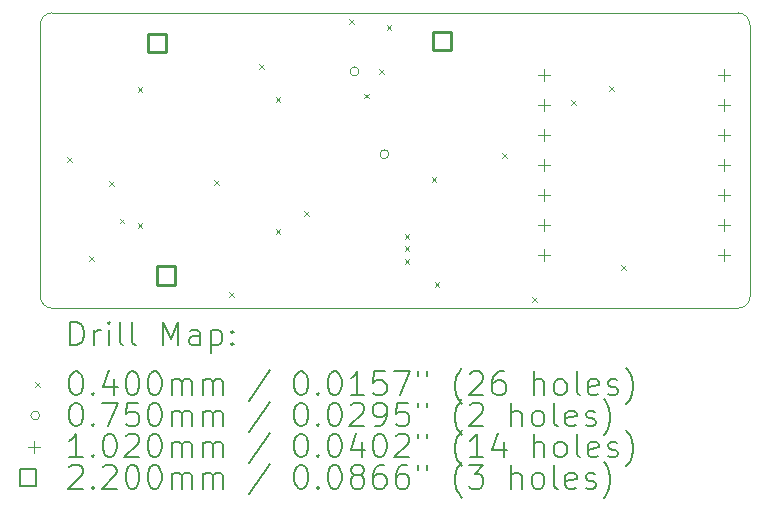
<source format=gbr>
%TF.GenerationSoftware,KiCad,Pcbnew,7.0.6*%
%TF.CreationDate,2024-04-06T17:32:56-04:00*%
%TF.ProjectId,5.2_5V,352e325f-3556-42e6-9b69-6361645f7063,rev?*%
%TF.SameCoordinates,Original*%
%TF.FileFunction,Drillmap*%
%TF.FilePolarity,Positive*%
%FSLAX45Y45*%
G04 Gerber Fmt 4.5, Leading zero omitted, Abs format (unit mm)*
G04 Created by KiCad (PCBNEW 7.0.6) date 2024-04-06 17:32:56*
%MOMM*%
%LPD*%
G01*
G04 APERTURE LIST*
%ADD10C,0.100000*%
%ADD11C,0.200000*%
%ADD12C,0.040000*%
%ADD13C,0.075000*%
%ADD14C,0.102000*%
%ADD15C,0.220000*%
G04 APERTURE END LIST*
D10*
X12553950Y-3287700D02*
X12553950Y-5587700D01*
X18561050Y-3287700D02*
X18565000Y-5587012D01*
X18561050Y-3287700D02*
G75*
G03*
X18461050Y-3187700I-100000J0D01*
G01*
X12653950Y-3187700D02*
G75*
G03*
X12553950Y-3287700I0J-100000D01*
G01*
X12653950Y-3187700D02*
X18461050Y-3187700D01*
X12653950Y-5687700D02*
X18465012Y-5687012D01*
X12553950Y-5587700D02*
G75*
G03*
X12653950Y-5687700I100000J0D01*
G01*
X18465012Y-5687010D02*
G75*
G03*
X18565000Y-5587012I-12J100000D01*
G01*
D11*
D12*
X12781600Y-4412300D02*
X12821600Y-4452300D01*
X12821600Y-4412300D02*
X12781600Y-4452300D01*
X12967500Y-5250000D02*
X13007500Y-5290000D01*
X13007500Y-5250000D02*
X12967500Y-5290000D01*
X13137200Y-4615500D02*
X13177200Y-4655500D01*
X13177200Y-4615500D02*
X13137200Y-4655500D01*
X13227000Y-4929384D02*
X13267000Y-4969384D01*
X13267000Y-4929384D02*
X13227000Y-4969384D01*
X13377500Y-3815000D02*
X13417500Y-3855000D01*
X13417500Y-3815000D02*
X13377500Y-3855000D01*
X13377500Y-4970000D02*
X13417500Y-5010000D01*
X13417500Y-4970000D02*
X13377500Y-5010000D01*
X14026200Y-4602800D02*
X14066200Y-4642800D01*
X14066200Y-4602800D02*
X14026200Y-4642800D01*
X14153200Y-5555300D02*
X14193200Y-5595300D01*
X14193200Y-5555300D02*
X14153200Y-5595300D01*
X14407200Y-3624900D02*
X14447200Y-3664900D01*
X14447200Y-3624900D02*
X14407200Y-3664900D01*
X14546900Y-3904300D02*
X14586900Y-3944300D01*
X14586900Y-3904300D02*
X14546900Y-3944300D01*
X14546900Y-5021900D02*
X14586900Y-5061900D01*
X14586900Y-5021900D02*
X14546900Y-5061900D01*
X14788200Y-4869500D02*
X14828200Y-4909500D01*
X14828200Y-4869500D02*
X14788200Y-4909500D01*
X15169200Y-3243900D02*
X15209200Y-3283900D01*
X15209200Y-3243900D02*
X15169200Y-3283900D01*
X15295000Y-3872500D02*
X15335000Y-3912500D01*
X15335000Y-3872500D02*
X15295000Y-3912500D01*
X15422500Y-3662500D02*
X15462500Y-3702500D01*
X15462500Y-3662500D02*
X15422500Y-3702500D01*
X15487500Y-3290000D02*
X15527500Y-3330000D01*
X15527500Y-3290000D02*
X15487500Y-3330000D01*
X15639100Y-5060000D02*
X15679100Y-5100000D01*
X15679100Y-5060000D02*
X15639100Y-5100000D01*
X15639100Y-5161600D02*
X15679100Y-5201600D01*
X15679100Y-5161600D02*
X15639100Y-5201600D01*
X15639100Y-5275900D02*
X15679100Y-5315900D01*
X15679100Y-5275900D02*
X15639100Y-5315900D01*
X15867700Y-4577400D02*
X15907700Y-4617400D01*
X15907700Y-4577400D02*
X15867700Y-4617400D01*
X15893100Y-5466400D02*
X15933100Y-5506400D01*
X15933100Y-5466400D02*
X15893100Y-5506400D01*
X16462982Y-4375818D02*
X16502982Y-4415818D01*
X16502982Y-4375818D02*
X16462982Y-4415818D01*
X16717500Y-5595000D02*
X16757500Y-5635000D01*
X16757500Y-5595000D02*
X16717500Y-5635000D01*
X17047500Y-3925000D02*
X17087500Y-3965000D01*
X17087500Y-3925000D02*
X17047500Y-3965000D01*
X17370000Y-3810000D02*
X17410000Y-3850000D01*
X17410000Y-3810000D02*
X17370000Y-3850000D01*
X17475000Y-5322500D02*
X17515000Y-5362500D01*
X17515000Y-5322500D02*
X17475000Y-5362500D01*
D13*
X15252100Y-3683000D02*
G75*
G03*
X15252100Y-3683000I-37500J0D01*
G01*
X15505070Y-4385070D02*
G75*
G03*
X15505070Y-4385070I-37500J0D01*
G01*
D14*
X16819250Y-3663000D02*
X16819250Y-3765000D01*
X16768250Y-3714000D02*
X16870250Y-3714000D01*
X16819250Y-3917000D02*
X16819250Y-4019000D01*
X16768250Y-3968000D02*
X16870250Y-3968000D01*
X16819250Y-4171000D02*
X16819250Y-4273000D01*
X16768250Y-4222000D02*
X16870250Y-4222000D01*
X16819250Y-4425000D02*
X16819250Y-4527000D01*
X16768250Y-4476000D02*
X16870250Y-4476000D01*
X16819250Y-4679000D02*
X16819250Y-4781000D01*
X16768250Y-4730000D02*
X16870250Y-4730000D01*
X16819250Y-4933000D02*
X16819250Y-5035000D01*
X16768250Y-4984000D02*
X16870250Y-4984000D01*
X16819250Y-5187000D02*
X16819250Y-5289000D01*
X16768250Y-5238000D02*
X16870250Y-5238000D01*
X18343250Y-3663000D02*
X18343250Y-3765000D01*
X18292250Y-3714000D02*
X18394250Y-3714000D01*
X18343250Y-3917000D02*
X18343250Y-4019000D01*
X18292250Y-3968000D02*
X18394250Y-3968000D01*
X18343250Y-4171000D02*
X18343250Y-4273000D01*
X18292250Y-4222000D02*
X18394250Y-4222000D01*
X18343250Y-4425000D02*
X18343250Y-4527000D01*
X18292250Y-4476000D02*
X18394250Y-4476000D01*
X18343250Y-4679000D02*
X18343250Y-4781000D01*
X18292250Y-4730000D02*
X18394250Y-4730000D01*
X18343250Y-4933000D02*
X18343250Y-5035000D01*
X18292250Y-4984000D02*
X18394250Y-4984000D01*
X18343250Y-5187000D02*
X18343250Y-5289000D01*
X18292250Y-5238000D02*
X18394250Y-5238000D01*
D15*
X13621062Y-3522022D02*
X13621062Y-3366457D01*
X13465497Y-3366457D01*
X13465497Y-3522022D01*
X13621062Y-3522022D01*
X13697262Y-5487983D02*
X13697262Y-5332418D01*
X13541697Y-5332418D01*
X13541697Y-5487983D01*
X13697262Y-5487983D01*
X16034062Y-3501702D02*
X16034062Y-3346137D01*
X15878497Y-3346137D01*
X15878497Y-3501702D01*
X16034062Y-3501702D01*
D11*
X12809727Y-6004184D02*
X12809727Y-5804184D01*
X12809727Y-5804184D02*
X12857346Y-5804184D01*
X12857346Y-5804184D02*
X12885917Y-5813708D01*
X12885917Y-5813708D02*
X12904965Y-5832755D01*
X12904965Y-5832755D02*
X12914489Y-5851803D01*
X12914489Y-5851803D02*
X12924012Y-5889898D01*
X12924012Y-5889898D02*
X12924012Y-5918469D01*
X12924012Y-5918469D02*
X12914489Y-5956565D01*
X12914489Y-5956565D02*
X12904965Y-5975612D01*
X12904965Y-5975612D02*
X12885917Y-5994660D01*
X12885917Y-5994660D02*
X12857346Y-6004184D01*
X12857346Y-6004184D02*
X12809727Y-6004184D01*
X13009727Y-6004184D02*
X13009727Y-5870850D01*
X13009727Y-5908946D02*
X13019251Y-5889898D01*
X13019251Y-5889898D02*
X13028774Y-5880374D01*
X13028774Y-5880374D02*
X13047822Y-5870850D01*
X13047822Y-5870850D02*
X13066870Y-5870850D01*
X13133536Y-6004184D02*
X13133536Y-5870850D01*
X13133536Y-5804184D02*
X13124012Y-5813708D01*
X13124012Y-5813708D02*
X13133536Y-5823231D01*
X13133536Y-5823231D02*
X13143060Y-5813708D01*
X13143060Y-5813708D02*
X13133536Y-5804184D01*
X13133536Y-5804184D02*
X13133536Y-5823231D01*
X13257346Y-6004184D02*
X13238298Y-5994660D01*
X13238298Y-5994660D02*
X13228774Y-5975612D01*
X13228774Y-5975612D02*
X13228774Y-5804184D01*
X13362108Y-6004184D02*
X13343060Y-5994660D01*
X13343060Y-5994660D02*
X13333536Y-5975612D01*
X13333536Y-5975612D02*
X13333536Y-5804184D01*
X13590679Y-6004184D02*
X13590679Y-5804184D01*
X13590679Y-5804184D02*
X13657346Y-5947041D01*
X13657346Y-5947041D02*
X13724012Y-5804184D01*
X13724012Y-5804184D02*
X13724012Y-6004184D01*
X13904965Y-6004184D02*
X13904965Y-5899422D01*
X13904965Y-5899422D02*
X13895441Y-5880374D01*
X13895441Y-5880374D02*
X13876393Y-5870850D01*
X13876393Y-5870850D02*
X13838298Y-5870850D01*
X13838298Y-5870850D02*
X13819251Y-5880374D01*
X13904965Y-5994660D02*
X13885917Y-6004184D01*
X13885917Y-6004184D02*
X13838298Y-6004184D01*
X13838298Y-6004184D02*
X13819251Y-5994660D01*
X13819251Y-5994660D02*
X13809727Y-5975612D01*
X13809727Y-5975612D02*
X13809727Y-5956565D01*
X13809727Y-5956565D02*
X13819251Y-5937517D01*
X13819251Y-5937517D02*
X13838298Y-5927993D01*
X13838298Y-5927993D02*
X13885917Y-5927993D01*
X13885917Y-5927993D02*
X13904965Y-5918469D01*
X14000203Y-5870850D02*
X14000203Y-6070850D01*
X14000203Y-5880374D02*
X14019251Y-5870850D01*
X14019251Y-5870850D02*
X14057346Y-5870850D01*
X14057346Y-5870850D02*
X14076393Y-5880374D01*
X14076393Y-5880374D02*
X14085917Y-5889898D01*
X14085917Y-5889898D02*
X14095441Y-5908946D01*
X14095441Y-5908946D02*
X14095441Y-5966088D01*
X14095441Y-5966088D02*
X14085917Y-5985136D01*
X14085917Y-5985136D02*
X14076393Y-5994660D01*
X14076393Y-5994660D02*
X14057346Y-6004184D01*
X14057346Y-6004184D02*
X14019251Y-6004184D01*
X14019251Y-6004184D02*
X14000203Y-5994660D01*
X14181155Y-5985136D02*
X14190679Y-5994660D01*
X14190679Y-5994660D02*
X14181155Y-6004184D01*
X14181155Y-6004184D02*
X14171632Y-5994660D01*
X14171632Y-5994660D02*
X14181155Y-5985136D01*
X14181155Y-5985136D02*
X14181155Y-6004184D01*
X14181155Y-5880374D02*
X14190679Y-5889898D01*
X14190679Y-5889898D02*
X14181155Y-5899422D01*
X14181155Y-5899422D02*
X14171632Y-5889898D01*
X14171632Y-5889898D02*
X14181155Y-5880374D01*
X14181155Y-5880374D02*
X14181155Y-5899422D01*
D12*
X12508950Y-6312700D02*
X12548950Y-6352700D01*
X12548950Y-6312700D02*
X12508950Y-6352700D01*
D11*
X12847822Y-6224184D02*
X12866870Y-6224184D01*
X12866870Y-6224184D02*
X12885917Y-6233708D01*
X12885917Y-6233708D02*
X12895441Y-6243231D01*
X12895441Y-6243231D02*
X12904965Y-6262279D01*
X12904965Y-6262279D02*
X12914489Y-6300374D01*
X12914489Y-6300374D02*
X12914489Y-6347993D01*
X12914489Y-6347993D02*
X12904965Y-6386088D01*
X12904965Y-6386088D02*
X12895441Y-6405136D01*
X12895441Y-6405136D02*
X12885917Y-6414660D01*
X12885917Y-6414660D02*
X12866870Y-6424184D01*
X12866870Y-6424184D02*
X12847822Y-6424184D01*
X12847822Y-6424184D02*
X12828774Y-6414660D01*
X12828774Y-6414660D02*
X12819251Y-6405136D01*
X12819251Y-6405136D02*
X12809727Y-6386088D01*
X12809727Y-6386088D02*
X12800203Y-6347993D01*
X12800203Y-6347993D02*
X12800203Y-6300374D01*
X12800203Y-6300374D02*
X12809727Y-6262279D01*
X12809727Y-6262279D02*
X12819251Y-6243231D01*
X12819251Y-6243231D02*
X12828774Y-6233708D01*
X12828774Y-6233708D02*
X12847822Y-6224184D01*
X13000203Y-6405136D02*
X13009727Y-6414660D01*
X13009727Y-6414660D02*
X13000203Y-6424184D01*
X13000203Y-6424184D02*
X12990679Y-6414660D01*
X12990679Y-6414660D02*
X13000203Y-6405136D01*
X13000203Y-6405136D02*
X13000203Y-6424184D01*
X13181155Y-6290850D02*
X13181155Y-6424184D01*
X13133536Y-6214660D02*
X13085917Y-6357517D01*
X13085917Y-6357517D02*
X13209727Y-6357517D01*
X13324012Y-6224184D02*
X13343060Y-6224184D01*
X13343060Y-6224184D02*
X13362108Y-6233708D01*
X13362108Y-6233708D02*
X13371632Y-6243231D01*
X13371632Y-6243231D02*
X13381155Y-6262279D01*
X13381155Y-6262279D02*
X13390679Y-6300374D01*
X13390679Y-6300374D02*
X13390679Y-6347993D01*
X13390679Y-6347993D02*
X13381155Y-6386088D01*
X13381155Y-6386088D02*
X13371632Y-6405136D01*
X13371632Y-6405136D02*
X13362108Y-6414660D01*
X13362108Y-6414660D02*
X13343060Y-6424184D01*
X13343060Y-6424184D02*
X13324012Y-6424184D01*
X13324012Y-6424184D02*
X13304965Y-6414660D01*
X13304965Y-6414660D02*
X13295441Y-6405136D01*
X13295441Y-6405136D02*
X13285917Y-6386088D01*
X13285917Y-6386088D02*
X13276393Y-6347993D01*
X13276393Y-6347993D02*
X13276393Y-6300374D01*
X13276393Y-6300374D02*
X13285917Y-6262279D01*
X13285917Y-6262279D02*
X13295441Y-6243231D01*
X13295441Y-6243231D02*
X13304965Y-6233708D01*
X13304965Y-6233708D02*
X13324012Y-6224184D01*
X13514489Y-6224184D02*
X13533536Y-6224184D01*
X13533536Y-6224184D02*
X13552584Y-6233708D01*
X13552584Y-6233708D02*
X13562108Y-6243231D01*
X13562108Y-6243231D02*
X13571632Y-6262279D01*
X13571632Y-6262279D02*
X13581155Y-6300374D01*
X13581155Y-6300374D02*
X13581155Y-6347993D01*
X13581155Y-6347993D02*
X13571632Y-6386088D01*
X13571632Y-6386088D02*
X13562108Y-6405136D01*
X13562108Y-6405136D02*
X13552584Y-6414660D01*
X13552584Y-6414660D02*
X13533536Y-6424184D01*
X13533536Y-6424184D02*
X13514489Y-6424184D01*
X13514489Y-6424184D02*
X13495441Y-6414660D01*
X13495441Y-6414660D02*
X13485917Y-6405136D01*
X13485917Y-6405136D02*
X13476393Y-6386088D01*
X13476393Y-6386088D02*
X13466870Y-6347993D01*
X13466870Y-6347993D02*
X13466870Y-6300374D01*
X13466870Y-6300374D02*
X13476393Y-6262279D01*
X13476393Y-6262279D02*
X13485917Y-6243231D01*
X13485917Y-6243231D02*
X13495441Y-6233708D01*
X13495441Y-6233708D02*
X13514489Y-6224184D01*
X13666870Y-6424184D02*
X13666870Y-6290850D01*
X13666870Y-6309898D02*
X13676393Y-6300374D01*
X13676393Y-6300374D02*
X13695441Y-6290850D01*
X13695441Y-6290850D02*
X13724013Y-6290850D01*
X13724013Y-6290850D02*
X13743060Y-6300374D01*
X13743060Y-6300374D02*
X13752584Y-6319422D01*
X13752584Y-6319422D02*
X13752584Y-6424184D01*
X13752584Y-6319422D02*
X13762108Y-6300374D01*
X13762108Y-6300374D02*
X13781155Y-6290850D01*
X13781155Y-6290850D02*
X13809727Y-6290850D01*
X13809727Y-6290850D02*
X13828774Y-6300374D01*
X13828774Y-6300374D02*
X13838298Y-6319422D01*
X13838298Y-6319422D02*
X13838298Y-6424184D01*
X13933536Y-6424184D02*
X13933536Y-6290850D01*
X13933536Y-6309898D02*
X13943060Y-6300374D01*
X13943060Y-6300374D02*
X13962108Y-6290850D01*
X13962108Y-6290850D02*
X13990679Y-6290850D01*
X13990679Y-6290850D02*
X14009727Y-6300374D01*
X14009727Y-6300374D02*
X14019251Y-6319422D01*
X14019251Y-6319422D02*
X14019251Y-6424184D01*
X14019251Y-6319422D02*
X14028774Y-6300374D01*
X14028774Y-6300374D02*
X14047822Y-6290850D01*
X14047822Y-6290850D02*
X14076393Y-6290850D01*
X14076393Y-6290850D02*
X14095441Y-6300374D01*
X14095441Y-6300374D02*
X14104965Y-6319422D01*
X14104965Y-6319422D02*
X14104965Y-6424184D01*
X14495441Y-6214660D02*
X14324013Y-6471803D01*
X14752584Y-6224184D02*
X14771632Y-6224184D01*
X14771632Y-6224184D02*
X14790679Y-6233708D01*
X14790679Y-6233708D02*
X14800203Y-6243231D01*
X14800203Y-6243231D02*
X14809727Y-6262279D01*
X14809727Y-6262279D02*
X14819251Y-6300374D01*
X14819251Y-6300374D02*
X14819251Y-6347993D01*
X14819251Y-6347993D02*
X14809727Y-6386088D01*
X14809727Y-6386088D02*
X14800203Y-6405136D01*
X14800203Y-6405136D02*
X14790679Y-6414660D01*
X14790679Y-6414660D02*
X14771632Y-6424184D01*
X14771632Y-6424184D02*
X14752584Y-6424184D01*
X14752584Y-6424184D02*
X14733536Y-6414660D01*
X14733536Y-6414660D02*
X14724013Y-6405136D01*
X14724013Y-6405136D02*
X14714489Y-6386088D01*
X14714489Y-6386088D02*
X14704965Y-6347993D01*
X14704965Y-6347993D02*
X14704965Y-6300374D01*
X14704965Y-6300374D02*
X14714489Y-6262279D01*
X14714489Y-6262279D02*
X14724013Y-6243231D01*
X14724013Y-6243231D02*
X14733536Y-6233708D01*
X14733536Y-6233708D02*
X14752584Y-6224184D01*
X14904965Y-6405136D02*
X14914489Y-6414660D01*
X14914489Y-6414660D02*
X14904965Y-6424184D01*
X14904965Y-6424184D02*
X14895441Y-6414660D01*
X14895441Y-6414660D02*
X14904965Y-6405136D01*
X14904965Y-6405136D02*
X14904965Y-6424184D01*
X15038298Y-6224184D02*
X15057346Y-6224184D01*
X15057346Y-6224184D02*
X15076394Y-6233708D01*
X15076394Y-6233708D02*
X15085917Y-6243231D01*
X15085917Y-6243231D02*
X15095441Y-6262279D01*
X15095441Y-6262279D02*
X15104965Y-6300374D01*
X15104965Y-6300374D02*
X15104965Y-6347993D01*
X15104965Y-6347993D02*
X15095441Y-6386088D01*
X15095441Y-6386088D02*
X15085917Y-6405136D01*
X15085917Y-6405136D02*
X15076394Y-6414660D01*
X15076394Y-6414660D02*
X15057346Y-6424184D01*
X15057346Y-6424184D02*
X15038298Y-6424184D01*
X15038298Y-6424184D02*
X15019251Y-6414660D01*
X15019251Y-6414660D02*
X15009727Y-6405136D01*
X15009727Y-6405136D02*
X15000203Y-6386088D01*
X15000203Y-6386088D02*
X14990679Y-6347993D01*
X14990679Y-6347993D02*
X14990679Y-6300374D01*
X14990679Y-6300374D02*
X15000203Y-6262279D01*
X15000203Y-6262279D02*
X15009727Y-6243231D01*
X15009727Y-6243231D02*
X15019251Y-6233708D01*
X15019251Y-6233708D02*
X15038298Y-6224184D01*
X15295441Y-6424184D02*
X15181156Y-6424184D01*
X15238298Y-6424184D02*
X15238298Y-6224184D01*
X15238298Y-6224184D02*
X15219251Y-6252755D01*
X15219251Y-6252755D02*
X15200203Y-6271803D01*
X15200203Y-6271803D02*
X15181156Y-6281327D01*
X15476394Y-6224184D02*
X15381156Y-6224184D01*
X15381156Y-6224184D02*
X15371632Y-6319422D01*
X15371632Y-6319422D02*
X15381156Y-6309898D01*
X15381156Y-6309898D02*
X15400203Y-6300374D01*
X15400203Y-6300374D02*
X15447822Y-6300374D01*
X15447822Y-6300374D02*
X15466870Y-6309898D01*
X15466870Y-6309898D02*
X15476394Y-6319422D01*
X15476394Y-6319422D02*
X15485917Y-6338469D01*
X15485917Y-6338469D02*
X15485917Y-6386088D01*
X15485917Y-6386088D02*
X15476394Y-6405136D01*
X15476394Y-6405136D02*
X15466870Y-6414660D01*
X15466870Y-6414660D02*
X15447822Y-6424184D01*
X15447822Y-6424184D02*
X15400203Y-6424184D01*
X15400203Y-6424184D02*
X15381156Y-6414660D01*
X15381156Y-6414660D02*
X15371632Y-6405136D01*
X15552584Y-6224184D02*
X15685917Y-6224184D01*
X15685917Y-6224184D02*
X15600203Y-6424184D01*
X15752584Y-6224184D02*
X15752584Y-6262279D01*
X15828775Y-6224184D02*
X15828775Y-6262279D01*
X16124013Y-6500374D02*
X16114489Y-6490850D01*
X16114489Y-6490850D02*
X16095441Y-6462279D01*
X16095441Y-6462279D02*
X16085918Y-6443231D01*
X16085918Y-6443231D02*
X16076394Y-6414660D01*
X16076394Y-6414660D02*
X16066870Y-6367041D01*
X16066870Y-6367041D02*
X16066870Y-6328946D01*
X16066870Y-6328946D02*
X16076394Y-6281327D01*
X16076394Y-6281327D02*
X16085918Y-6252755D01*
X16085918Y-6252755D02*
X16095441Y-6233708D01*
X16095441Y-6233708D02*
X16114489Y-6205136D01*
X16114489Y-6205136D02*
X16124013Y-6195612D01*
X16190679Y-6243231D02*
X16200203Y-6233708D01*
X16200203Y-6233708D02*
X16219251Y-6224184D01*
X16219251Y-6224184D02*
X16266870Y-6224184D01*
X16266870Y-6224184D02*
X16285918Y-6233708D01*
X16285918Y-6233708D02*
X16295441Y-6243231D01*
X16295441Y-6243231D02*
X16304965Y-6262279D01*
X16304965Y-6262279D02*
X16304965Y-6281327D01*
X16304965Y-6281327D02*
X16295441Y-6309898D01*
X16295441Y-6309898D02*
X16181156Y-6424184D01*
X16181156Y-6424184D02*
X16304965Y-6424184D01*
X16476394Y-6224184D02*
X16438298Y-6224184D01*
X16438298Y-6224184D02*
X16419251Y-6233708D01*
X16419251Y-6233708D02*
X16409727Y-6243231D01*
X16409727Y-6243231D02*
X16390679Y-6271803D01*
X16390679Y-6271803D02*
X16381156Y-6309898D01*
X16381156Y-6309898D02*
X16381156Y-6386088D01*
X16381156Y-6386088D02*
X16390679Y-6405136D01*
X16390679Y-6405136D02*
X16400203Y-6414660D01*
X16400203Y-6414660D02*
X16419251Y-6424184D01*
X16419251Y-6424184D02*
X16457346Y-6424184D01*
X16457346Y-6424184D02*
X16476394Y-6414660D01*
X16476394Y-6414660D02*
X16485918Y-6405136D01*
X16485918Y-6405136D02*
X16495441Y-6386088D01*
X16495441Y-6386088D02*
X16495441Y-6338469D01*
X16495441Y-6338469D02*
X16485918Y-6319422D01*
X16485918Y-6319422D02*
X16476394Y-6309898D01*
X16476394Y-6309898D02*
X16457346Y-6300374D01*
X16457346Y-6300374D02*
X16419251Y-6300374D01*
X16419251Y-6300374D02*
X16400203Y-6309898D01*
X16400203Y-6309898D02*
X16390679Y-6319422D01*
X16390679Y-6319422D02*
X16381156Y-6338469D01*
X16733537Y-6424184D02*
X16733537Y-6224184D01*
X16819251Y-6424184D02*
X16819251Y-6319422D01*
X16819251Y-6319422D02*
X16809727Y-6300374D01*
X16809727Y-6300374D02*
X16790680Y-6290850D01*
X16790680Y-6290850D02*
X16762108Y-6290850D01*
X16762108Y-6290850D02*
X16743060Y-6300374D01*
X16743060Y-6300374D02*
X16733537Y-6309898D01*
X16943061Y-6424184D02*
X16924013Y-6414660D01*
X16924013Y-6414660D02*
X16914489Y-6405136D01*
X16914489Y-6405136D02*
X16904965Y-6386088D01*
X16904965Y-6386088D02*
X16904965Y-6328946D01*
X16904965Y-6328946D02*
X16914489Y-6309898D01*
X16914489Y-6309898D02*
X16924013Y-6300374D01*
X16924013Y-6300374D02*
X16943061Y-6290850D01*
X16943061Y-6290850D02*
X16971632Y-6290850D01*
X16971632Y-6290850D02*
X16990680Y-6300374D01*
X16990680Y-6300374D02*
X17000203Y-6309898D01*
X17000203Y-6309898D02*
X17009727Y-6328946D01*
X17009727Y-6328946D02*
X17009727Y-6386088D01*
X17009727Y-6386088D02*
X17000203Y-6405136D01*
X17000203Y-6405136D02*
X16990680Y-6414660D01*
X16990680Y-6414660D02*
X16971632Y-6424184D01*
X16971632Y-6424184D02*
X16943061Y-6424184D01*
X17124013Y-6424184D02*
X17104965Y-6414660D01*
X17104965Y-6414660D02*
X17095442Y-6395612D01*
X17095442Y-6395612D02*
X17095442Y-6224184D01*
X17276394Y-6414660D02*
X17257346Y-6424184D01*
X17257346Y-6424184D02*
X17219251Y-6424184D01*
X17219251Y-6424184D02*
X17200203Y-6414660D01*
X17200203Y-6414660D02*
X17190680Y-6395612D01*
X17190680Y-6395612D02*
X17190680Y-6319422D01*
X17190680Y-6319422D02*
X17200203Y-6300374D01*
X17200203Y-6300374D02*
X17219251Y-6290850D01*
X17219251Y-6290850D02*
X17257346Y-6290850D01*
X17257346Y-6290850D02*
X17276394Y-6300374D01*
X17276394Y-6300374D02*
X17285918Y-6319422D01*
X17285918Y-6319422D02*
X17285918Y-6338469D01*
X17285918Y-6338469D02*
X17190680Y-6357517D01*
X17362108Y-6414660D02*
X17381156Y-6424184D01*
X17381156Y-6424184D02*
X17419251Y-6424184D01*
X17419251Y-6424184D02*
X17438299Y-6414660D01*
X17438299Y-6414660D02*
X17447823Y-6395612D01*
X17447823Y-6395612D02*
X17447823Y-6386088D01*
X17447823Y-6386088D02*
X17438299Y-6367041D01*
X17438299Y-6367041D02*
X17419251Y-6357517D01*
X17419251Y-6357517D02*
X17390680Y-6357517D01*
X17390680Y-6357517D02*
X17371632Y-6347993D01*
X17371632Y-6347993D02*
X17362108Y-6328946D01*
X17362108Y-6328946D02*
X17362108Y-6319422D01*
X17362108Y-6319422D02*
X17371632Y-6300374D01*
X17371632Y-6300374D02*
X17390680Y-6290850D01*
X17390680Y-6290850D02*
X17419251Y-6290850D01*
X17419251Y-6290850D02*
X17438299Y-6300374D01*
X17514489Y-6500374D02*
X17524013Y-6490850D01*
X17524013Y-6490850D02*
X17543061Y-6462279D01*
X17543061Y-6462279D02*
X17552584Y-6443231D01*
X17552584Y-6443231D02*
X17562108Y-6414660D01*
X17562108Y-6414660D02*
X17571632Y-6367041D01*
X17571632Y-6367041D02*
X17571632Y-6328946D01*
X17571632Y-6328946D02*
X17562108Y-6281327D01*
X17562108Y-6281327D02*
X17552584Y-6252755D01*
X17552584Y-6252755D02*
X17543061Y-6233708D01*
X17543061Y-6233708D02*
X17524013Y-6205136D01*
X17524013Y-6205136D02*
X17514489Y-6195612D01*
D13*
X12548950Y-6596700D02*
G75*
G03*
X12548950Y-6596700I-37500J0D01*
G01*
D11*
X12847822Y-6488184D02*
X12866870Y-6488184D01*
X12866870Y-6488184D02*
X12885917Y-6497708D01*
X12885917Y-6497708D02*
X12895441Y-6507231D01*
X12895441Y-6507231D02*
X12904965Y-6526279D01*
X12904965Y-6526279D02*
X12914489Y-6564374D01*
X12914489Y-6564374D02*
X12914489Y-6611993D01*
X12914489Y-6611993D02*
X12904965Y-6650088D01*
X12904965Y-6650088D02*
X12895441Y-6669136D01*
X12895441Y-6669136D02*
X12885917Y-6678660D01*
X12885917Y-6678660D02*
X12866870Y-6688184D01*
X12866870Y-6688184D02*
X12847822Y-6688184D01*
X12847822Y-6688184D02*
X12828774Y-6678660D01*
X12828774Y-6678660D02*
X12819251Y-6669136D01*
X12819251Y-6669136D02*
X12809727Y-6650088D01*
X12809727Y-6650088D02*
X12800203Y-6611993D01*
X12800203Y-6611993D02*
X12800203Y-6564374D01*
X12800203Y-6564374D02*
X12809727Y-6526279D01*
X12809727Y-6526279D02*
X12819251Y-6507231D01*
X12819251Y-6507231D02*
X12828774Y-6497708D01*
X12828774Y-6497708D02*
X12847822Y-6488184D01*
X13000203Y-6669136D02*
X13009727Y-6678660D01*
X13009727Y-6678660D02*
X13000203Y-6688184D01*
X13000203Y-6688184D02*
X12990679Y-6678660D01*
X12990679Y-6678660D02*
X13000203Y-6669136D01*
X13000203Y-6669136D02*
X13000203Y-6688184D01*
X13076393Y-6488184D02*
X13209727Y-6488184D01*
X13209727Y-6488184D02*
X13124012Y-6688184D01*
X13381155Y-6488184D02*
X13285917Y-6488184D01*
X13285917Y-6488184D02*
X13276393Y-6583422D01*
X13276393Y-6583422D02*
X13285917Y-6573898D01*
X13285917Y-6573898D02*
X13304965Y-6564374D01*
X13304965Y-6564374D02*
X13352584Y-6564374D01*
X13352584Y-6564374D02*
X13371632Y-6573898D01*
X13371632Y-6573898D02*
X13381155Y-6583422D01*
X13381155Y-6583422D02*
X13390679Y-6602469D01*
X13390679Y-6602469D02*
X13390679Y-6650088D01*
X13390679Y-6650088D02*
X13381155Y-6669136D01*
X13381155Y-6669136D02*
X13371632Y-6678660D01*
X13371632Y-6678660D02*
X13352584Y-6688184D01*
X13352584Y-6688184D02*
X13304965Y-6688184D01*
X13304965Y-6688184D02*
X13285917Y-6678660D01*
X13285917Y-6678660D02*
X13276393Y-6669136D01*
X13514489Y-6488184D02*
X13533536Y-6488184D01*
X13533536Y-6488184D02*
X13552584Y-6497708D01*
X13552584Y-6497708D02*
X13562108Y-6507231D01*
X13562108Y-6507231D02*
X13571632Y-6526279D01*
X13571632Y-6526279D02*
X13581155Y-6564374D01*
X13581155Y-6564374D02*
X13581155Y-6611993D01*
X13581155Y-6611993D02*
X13571632Y-6650088D01*
X13571632Y-6650088D02*
X13562108Y-6669136D01*
X13562108Y-6669136D02*
X13552584Y-6678660D01*
X13552584Y-6678660D02*
X13533536Y-6688184D01*
X13533536Y-6688184D02*
X13514489Y-6688184D01*
X13514489Y-6688184D02*
X13495441Y-6678660D01*
X13495441Y-6678660D02*
X13485917Y-6669136D01*
X13485917Y-6669136D02*
X13476393Y-6650088D01*
X13476393Y-6650088D02*
X13466870Y-6611993D01*
X13466870Y-6611993D02*
X13466870Y-6564374D01*
X13466870Y-6564374D02*
X13476393Y-6526279D01*
X13476393Y-6526279D02*
X13485917Y-6507231D01*
X13485917Y-6507231D02*
X13495441Y-6497708D01*
X13495441Y-6497708D02*
X13514489Y-6488184D01*
X13666870Y-6688184D02*
X13666870Y-6554850D01*
X13666870Y-6573898D02*
X13676393Y-6564374D01*
X13676393Y-6564374D02*
X13695441Y-6554850D01*
X13695441Y-6554850D02*
X13724013Y-6554850D01*
X13724013Y-6554850D02*
X13743060Y-6564374D01*
X13743060Y-6564374D02*
X13752584Y-6583422D01*
X13752584Y-6583422D02*
X13752584Y-6688184D01*
X13752584Y-6583422D02*
X13762108Y-6564374D01*
X13762108Y-6564374D02*
X13781155Y-6554850D01*
X13781155Y-6554850D02*
X13809727Y-6554850D01*
X13809727Y-6554850D02*
X13828774Y-6564374D01*
X13828774Y-6564374D02*
X13838298Y-6583422D01*
X13838298Y-6583422D02*
X13838298Y-6688184D01*
X13933536Y-6688184D02*
X13933536Y-6554850D01*
X13933536Y-6573898D02*
X13943060Y-6564374D01*
X13943060Y-6564374D02*
X13962108Y-6554850D01*
X13962108Y-6554850D02*
X13990679Y-6554850D01*
X13990679Y-6554850D02*
X14009727Y-6564374D01*
X14009727Y-6564374D02*
X14019251Y-6583422D01*
X14019251Y-6583422D02*
X14019251Y-6688184D01*
X14019251Y-6583422D02*
X14028774Y-6564374D01*
X14028774Y-6564374D02*
X14047822Y-6554850D01*
X14047822Y-6554850D02*
X14076393Y-6554850D01*
X14076393Y-6554850D02*
X14095441Y-6564374D01*
X14095441Y-6564374D02*
X14104965Y-6583422D01*
X14104965Y-6583422D02*
X14104965Y-6688184D01*
X14495441Y-6478660D02*
X14324013Y-6735803D01*
X14752584Y-6488184D02*
X14771632Y-6488184D01*
X14771632Y-6488184D02*
X14790679Y-6497708D01*
X14790679Y-6497708D02*
X14800203Y-6507231D01*
X14800203Y-6507231D02*
X14809727Y-6526279D01*
X14809727Y-6526279D02*
X14819251Y-6564374D01*
X14819251Y-6564374D02*
X14819251Y-6611993D01*
X14819251Y-6611993D02*
X14809727Y-6650088D01*
X14809727Y-6650088D02*
X14800203Y-6669136D01*
X14800203Y-6669136D02*
X14790679Y-6678660D01*
X14790679Y-6678660D02*
X14771632Y-6688184D01*
X14771632Y-6688184D02*
X14752584Y-6688184D01*
X14752584Y-6688184D02*
X14733536Y-6678660D01*
X14733536Y-6678660D02*
X14724013Y-6669136D01*
X14724013Y-6669136D02*
X14714489Y-6650088D01*
X14714489Y-6650088D02*
X14704965Y-6611993D01*
X14704965Y-6611993D02*
X14704965Y-6564374D01*
X14704965Y-6564374D02*
X14714489Y-6526279D01*
X14714489Y-6526279D02*
X14724013Y-6507231D01*
X14724013Y-6507231D02*
X14733536Y-6497708D01*
X14733536Y-6497708D02*
X14752584Y-6488184D01*
X14904965Y-6669136D02*
X14914489Y-6678660D01*
X14914489Y-6678660D02*
X14904965Y-6688184D01*
X14904965Y-6688184D02*
X14895441Y-6678660D01*
X14895441Y-6678660D02*
X14904965Y-6669136D01*
X14904965Y-6669136D02*
X14904965Y-6688184D01*
X15038298Y-6488184D02*
X15057346Y-6488184D01*
X15057346Y-6488184D02*
X15076394Y-6497708D01*
X15076394Y-6497708D02*
X15085917Y-6507231D01*
X15085917Y-6507231D02*
X15095441Y-6526279D01*
X15095441Y-6526279D02*
X15104965Y-6564374D01*
X15104965Y-6564374D02*
X15104965Y-6611993D01*
X15104965Y-6611993D02*
X15095441Y-6650088D01*
X15095441Y-6650088D02*
X15085917Y-6669136D01*
X15085917Y-6669136D02*
X15076394Y-6678660D01*
X15076394Y-6678660D02*
X15057346Y-6688184D01*
X15057346Y-6688184D02*
X15038298Y-6688184D01*
X15038298Y-6688184D02*
X15019251Y-6678660D01*
X15019251Y-6678660D02*
X15009727Y-6669136D01*
X15009727Y-6669136D02*
X15000203Y-6650088D01*
X15000203Y-6650088D02*
X14990679Y-6611993D01*
X14990679Y-6611993D02*
X14990679Y-6564374D01*
X14990679Y-6564374D02*
X15000203Y-6526279D01*
X15000203Y-6526279D02*
X15009727Y-6507231D01*
X15009727Y-6507231D02*
X15019251Y-6497708D01*
X15019251Y-6497708D02*
X15038298Y-6488184D01*
X15181156Y-6507231D02*
X15190679Y-6497708D01*
X15190679Y-6497708D02*
X15209727Y-6488184D01*
X15209727Y-6488184D02*
X15257346Y-6488184D01*
X15257346Y-6488184D02*
X15276394Y-6497708D01*
X15276394Y-6497708D02*
X15285917Y-6507231D01*
X15285917Y-6507231D02*
X15295441Y-6526279D01*
X15295441Y-6526279D02*
X15295441Y-6545327D01*
X15295441Y-6545327D02*
X15285917Y-6573898D01*
X15285917Y-6573898D02*
X15171632Y-6688184D01*
X15171632Y-6688184D02*
X15295441Y-6688184D01*
X15390679Y-6688184D02*
X15428775Y-6688184D01*
X15428775Y-6688184D02*
X15447822Y-6678660D01*
X15447822Y-6678660D02*
X15457346Y-6669136D01*
X15457346Y-6669136D02*
X15476394Y-6640565D01*
X15476394Y-6640565D02*
X15485917Y-6602469D01*
X15485917Y-6602469D02*
X15485917Y-6526279D01*
X15485917Y-6526279D02*
X15476394Y-6507231D01*
X15476394Y-6507231D02*
X15466870Y-6497708D01*
X15466870Y-6497708D02*
X15447822Y-6488184D01*
X15447822Y-6488184D02*
X15409727Y-6488184D01*
X15409727Y-6488184D02*
X15390679Y-6497708D01*
X15390679Y-6497708D02*
X15381156Y-6507231D01*
X15381156Y-6507231D02*
X15371632Y-6526279D01*
X15371632Y-6526279D02*
X15371632Y-6573898D01*
X15371632Y-6573898D02*
X15381156Y-6592946D01*
X15381156Y-6592946D02*
X15390679Y-6602469D01*
X15390679Y-6602469D02*
X15409727Y-6611993D01*
X15409727Y-6611993D02*
X15447822Y-6611993D01*
X15447822Y-6611993D02*
X15466870Y-6602469D01*
X15466870Y-6602469D02*
X15476394Y-6592946D01*
X15476394Y-6592946D02*
X15485917Y-6573898D01*
X15666870Y-6488184D02*
X15571632Y-6488184D01*
X15571632Y-6488184D02*
X15562108Y-6583422D01*
X15562108Y-6583422D02*
X15571632Y-6573898D01*
X15571632Y-6573898D02*
X15590679Y-6564374D01*
X15590679Y-6564374D02*
X15638298Y-6564374D01*
X15638298Y-6564374D02*
X15657346Y-6573898D01*
X15657346Y-6573898D02*
X15666870Y-6583422D01*
X15666870Y-6583422D02*
X15676394Y-6602469D01*
X15676394Y-6602469D02*
X15676394Y-6650088D01*
X15676394Y-6650088D02*
X15666870Y-6669136D01*
X15666870Y-6669136D02*
X15657346Y-6678660D01*
X15657346Y-6678660D02*
X15638298Y-6688184D01*
X15638298Y-6688184D02*
X15590679Y-6688184D01*
X15590679Y-6688184D02*
X15571632Y-6678660D01*
X15571632Y-6678660D02*
X15562108Y-6669136D01*
X15752584Y-6488184D02*
X15752584Y-6526279D01*
X15828775Y-6488184D02*
X15828775Y-6526279D01*
X16124013Y-6764374D02*
X16114489Y-6754850D01*
X16114489Y-6754850D02*
X16095441Y-6726279D01*
X16095441Y-6726279D02*
X16085918Y-6707231D01*
X16085918Y-6707231D02*
X16076394Y-6678660D01*
X16076394Y-6678660D02*
X16066870Y-6631041D01*
X16066870Y-6631041D02*
X16066870Y-6592946D01*
X16066870Y-6592946D02*
X16076394Y-6545327D01*
X16076394Y-6545327D02*
X16085918Y-6516755D01*
X16085918Y-6516755D02*
X16095441Y-6497708D01*
X16095441Y-6497708D02*
X16114489Y-6469136D01*
X16114489Y-6469136D02*
X16124013Y-6459612D01*
X16190679Y-6507231D02*
X16200203Y-6497708D01*
X16200203Y-6497708D02*
X16219251Y-6488184D01*
X16219251Y-6488184D02*
X16266870Y-6488184D01*
X16266870Y-6488184D02*
X16285918Y-6497708D01*
X16285918Y-6497708D02*
X16295441Y-6507231D01*
X16295441Y-6507231D02*
X16304965Y-6526279D01*
X16304965Y-6526279D02*
X16304965Y-6545327D01*
X16304965Y-6545327D02*
X16295441Y-6573898D01*
X16295441Y-6573898D02*
X16181156Y-6688184D01*
X16181156Y-6688184D02*
X16304965Y-6688184D01*
X16543060Y-6688184D02*
X16543060Y-6488184D01*
X16628775Y-6688184D02*
X16628775Y-6583422D01*
X16628775Y-6583422D02*
X16619251Y-6564374D01*
X16619251Y-6564374D02*
X16600203Y-6554850D01*
X16600203Y-6554850D02*
X16571632Y-6554850D01*
X16571632Y-6554850D02*
X16552584Y-6564374D01*
X16552584Y-6564374D02*
X16543060Y-6573898D01*
X16752584Y-6688184D02*
X16733537Y-6678660D01*
X16733537Y-6678660D02*
X16724013Y-6669136D01*
X16724013Y-6669136D02*
X16714489Y-6650088D01*
X16714489Y-6650088D02*
X16714489Y-6592946D01*
X16714489Y-6592946D02*
X16724013Y-6573898D01*
X16724013Y-6573898D02*
X16733537Y-6564374D01*
X16733537Y-6564374D02*
X16752584Y-6554850D01*
X16752584Y-6554850D02*
X16781156Y-6554850D01*
X16781156Y-6554850D02*
X16800203Y-6564374D01*
X16800203Y-6564374D02*
X16809727Y-6573898D01*
X16809727Y-6573898D02*
X16819251Y-6592946D01*
X16819251Y-6592946D02*
X16819251Y-6650088D01*
X16819251Y-6650088D02*
X16809727Y-6669136D01*
X16809727Y-6669136D02*
X16800203Y-6678660D01*
X16800203Y-6678660D02*
X16781156Y-6688184D01*
X16781156Y-6688184D02*
X16752584Y-6688184D01*
X16933537Y-6688184D02*
X16914489Y-6678660D01*
X16914489Y-6678660D02*
X16904965Y-6659612D01*
X16904965Y-6659612D02*
X16904965Y-6488184D01*
X17085918Y-6678660D02*
X17066870Y-6688184D01*
X17066870Y-6688184D02*
X17028775Y-6688184D01*
X17028775Y-6688184D02*
X17009727Y-6678660D01*
X17009727Y-6678660D02*
X17000203Y-6659612D01*
X17000203Y-6659612D02*
X17000203Y-6583422D01*
X17000203Y-6583422D02*
X17009727Y-6564374D01*
X17009727Y-6564374D02*
X17028775Y-6554850D01*
X17028775Y-6554850D02*
X17066870Y-6554850D01*
X17066870Y-6554850D02*
X17085918Y-6564374D01*
X17085918Y-6564374D02*
X17095442Y-6583422D01*
X17095442Y-6583422D02*
X17095442Y-6602469D01*
X17095442Y-6602469D02*
X17000203Y-6621517D01*
X17171632Y-6678660D02*
X17190680Y-6688184D01*
X17190680Y-6688184D02*
X17228775Y-6688184D01*
X17228775Y-6688184D02*
X17247823Y-6678660D01*
X17247823Y-6678660D02*
X17257346Y-6659612D01*
X17257346Y-6659612D02*
X17257346Y-6650088D01*
X17257346Y-6650088D02*
X17247823Y-6631041D01*
X17247823Y-6631041D02*
X17228775Y-6621517D01*
X17228775Y-6621517D02*
X17200203Y-6621517D01*
X17200203Y-6621517D02*
X17181156Y-6611993D01*
X17181156Y-6611993D02*
X17171632Y-6592946D01*
X17171632Y-6592946D02*
X17171632Y-6583422D01*
X17171632Y-6583422D02*
X17181156Y-6564374D01*
X17181156Y-6564374D02*
X17200203Y-6554850D01*
X17200203Y-6554850D02*
X17228775Y-6554850D01*
X17228775Y-6554850D02*
X17247823Y-6564374D01*
X17324013Y-6764374D02*
X17333537Y-6754850D01*
X17333537Y-6754850D02*
X17352584Y-6726279D01*
X17352584Y-6726279D02*
X17362108Y-6707231D01*
X17362108Y-6707231D02*
X17371632Y-6678660D01*
X17371632Y-6678660D02*
X17381156Y-6631041D01*
X17381156Y-6631041D02*
X17381156Y-6592946D01*
X17381156Y-6592946D02*
X17371632Y-6545327D01*
X17371632Y-6545327D02*
X17362108Y-6516755D01*
X17362108Y-6516755D02*
X17352584Y-6497708D01*
X17352584Y-6497708D02*
X17333537Y-6469136D01*
X17333537Y-6469136D02*
X17324013Y-6459612D01*
D14*
X12497950Y-6809700D02*
X12497950Y-6911700D01*
X12446950Y-6860700D02*
X12548950Y-6860700D01*
D11*
X12914489Y-6952184D02*
X12800203Y-6952184D01*
X12857346Y-6952184D02*
X12857346Y-6752184D01*
X12857346Y-6752184D02*
X12838298Y-6780755D01*
X12838298Y-6780755D02*
X12819251Y-6799803D01*
X12819251Y-6799803D02*
X12800203Y-6809327D01*
X13000203Y-6933136D02*
X13009727Y-6942660D01*
X13009727Y-6942660D02*
X13000203Y-6952184D01*
X13000203Y-6952184D02*
X12990679Y-6942660D01*
X12990679Y-6942660D02*
X13000203Y-6933136D01*
X13000203Y-6933136D02*
X13000203Y-6952184D01*
X13133536Y-6752184D02*
X13152584Y-6752184D01*
X13152584Y-6752184D02*
X13171632Y-6761708D01*
X13171632Y-6761708D02*
X13181155Y-6771231D01*
X13181155Y-6771231D02*
X13190679Y-6790279D01*
X13190679Y-6790279D02*
X13200203Y-6828374D01*
X13200203Y-6828374D02*
X13200203Y-6875993D01*
X13200203Y-6875993D02*
X13190679Y-6914088D01*
X13190679Y-6914088D02*
X13181155Y-6933136D01*
X13181155Y-6933136D02*
X13171632Y-6942660D01*
X13171632Y-6942660D02*
X13152584Y-6952184D01*
X13152584Y-6952184D02*
X13133536Y-6952184D01*
X13133536Y-6952184D02*
X13114489Y-6942660D01*
X13114489Y-6942660D02*
X13104965Y-6933136D01*
X13104965Y-6933136D02*
X13095441Y-6914088D01*
X13095441Y-6914088D02*
X13085917Y-6875993D01*
X13085917Y-6875993D02*
X13085917Y-6828374D01*
X13085917Y-6828374D02*
X13095441Y-6790279D01*
X13095441Y-6790279D02*
X13104965Y-6771231D01*
X13104965Y-6771231D02*
X13114489Y-6761708D01*
X13114489Y-6761708D02*
X13133536Y-6752184D01*
X13276393Y-6771231D02*
X13285917Y-6761708D01*
X13285917Y-6761708D02*
X13304965Y-6752184D01*
X13304965Y-6752184D02*
X13352584Y-6752184D01*
X13352584Y-6752184D02*
X13371632Y-6761708D01*
X13371632Y-6761708D02*
X13381155Y-6771231D01*
X13381155Y-6771231D02*
X13390679Y-6790279D01*
X13390679Y-6790279D02*
X13390679Y-6809327D01*
X13390679Y-6809327D02*
X13381155Y-6837898D01*
X13381155Y-6837898D02*
X13266870Y-6952184D01*
X13266870Y-6952184D02*
X13390679Y-6952184D01*
X13514489Y-6752184D02*
X13533536Y-6752184D01*
X13533536Y-6752184D02*
X13552584Y-6761708D01*
X13552584Y-6761708D02*
X13562108Y-6771231D01*
X13562108Y-6771231D02*
X13571632Y-6790279D01*
X13571632Y-6790279D02*
X13581155Y-6828374D01*
X13581155Y-6828374D02*
X13581155Y-6875993D01*
X13581155Y-6875993D02*
X13571632Y-6914088D01*
X13571632Y-6914088D02*
X13562108Y-6933136D01*
X13562108Y-6933136D02*
X13552584Y-6942660D01*
X13552584Y-6942660D02*
X13533536Y-6952184D01*
X13533536Y-6952184D02*
X13514489Y-6952184D01*
X13514489Y-6952184D02*
X13495441Y-6942660D01*
X13495441Y-6942660D02*
X13485917Y-6933136D01*
X13485917Y-6933136D02*
X13476393Y-6914088D01*
X13476393Y-6914088D02*
X13466870Y-6875993D01*
X13466870Y-6875993D02*
X13466870Y-6828374D01*
X13466870Y-6828374D02*
X13476393Y-6790279D01*
X13476393Y-6790279D02*
X13485917Y-6771231D01*
X13485917Y-6771231D02*
X13495441Y-6761708D01*
X13495441Y-6761708D02*
X13514489Y-6752184D01*
X13666870Y-6952184D02*
X13666870Y-6818850D01*
X13666870Y-6837898D02*
X13676393Y-6828374D01*
X13676393Y-6828374D02*
X13695441Y-6818850D01*
X13695441Y-6818850D02*
X13724013Y-6818850D01*
X13724013Y-6818850D02*
X13743060Y-6828374D01*
X13743060Y-6828374D02*
X13752584Y-6847422D01*
X13752584Y-6847422D02*
X13752584Y-6952184D01*
X13752584Y-6847422D02*
X13762108Y-6828374D01*
X13762108Y-6828374D02*
X13781155Y-6818850D01*
X13781155Y-6818850D02*
X13809727Y-6818850D01*
X13809727Y-6818850D02*
X13828774Y-6828374D01*
X13828774Y-6828374D02*
X13838298Y-6847422D01*
X13838298Y-6847422D02*
X13838298Y-6952184D01*
X13933536Y-6952184D02*
X13933536Y-6818850D01*
X13933536Y-6837898D02*
X13943060Y-6828374D01*
X13943060Y-6828374D02*
X13962108Y-6818850D01*
X13962108Y-6818850D02*
X13990679Y-6818850D01*
X13990679Y-6818850D02*
X14009727Y-6828374D01*
X14009727Y-6828374D02*
X14019251Y-6847422D01*
X14019251Y-6847422D02*
X14019251Y-6952184D01*
X14019251Y-6847422D02*
X14028774Y-6828374D01*
X14028774Y-6828374D02*
X14047822Y-6818850D01*
X14047822Y-6818850D02*
X14076393Y-6818850D01*
X14076393Y-6818850D02*
X14095441Y-6828374D01*
X14095441Y-6828374D02*
X14104965Y-6847422D01*
X14104965Y-6847422D02*
X14104965Y-6952184D01*
X14495441Y-6742660D02*
X14324013Y-6999803D01*
X14752584Y-6752184D02*
X14771632Y-6752184D01*
X14771632Y-6752184D02*
X14790679Y-6761708D01*
X14790679Y-6761708D02*
X14800203Y-6771231D01*
X14800203Y-6771231D02*
X14809727Y-6790279D01*
X14809727Y-6790279D02*
X14819251Y-6828374D01*
X14819251Y-6828374D02*
X14819251Y-6875993D01*
X14819251Y-6875993D02*
X14809727Y-6914088D01*
X14809727Y-6914088D02*
X14800203Y-6933136D01*
X14800203Y-6933136D02*
X14790679Y-6942660D01*
X14790679Y-6942660D02*
X14771632Y-6952184D01*
X14771632Y-6952184D02*
X14752584Y-6952184D01*
X14752584Y-6952184D02*
X14733536Y-6942660D01*
X14733536Y-6942660D02*
X14724013Y-6933136D01*
X14724013Y-6933136D02*
X14714489Y-6914088D01*
X14714489Y-6914088D02*
X14704965Y-6875993D01*
X14704965Y-6875993D02*
X14704965Y-6828374D01*
X14704965Y-6828374D02*
X14714489Y-6790279D01*
X14714489Y-6790279D02*
X14724013Y-6771231D01*
X14724013Y-6771231D02*
X14733536Y-6761708D01*
X14733536Y-6761708D02*
X14752584Y-6752184D01*
X14904965Y-6933136D02*
X14914489Y-6942660D01*
X14914489Y-6942660D02*
X14904965Y-6952184D01*
X14904965Y-6952184D02*
X14895441Y-6942660D01*
X14895441Y-6942660D02*
X14904965Y-6933136D01*
X14904965Y-6933136D02*
X14904965Y-6952184D01*
X15038298Y-6752184D02*
X15057346Y-6752184D01*
X15057346Y-6752184D02*
X15076394Y-6761708D01*
X15076394Y-6761708D02*
X15085917Y-6771231D01*
X15085917Y-6771231D02*
X15095441Y-6790279D01*
X15095441Y-6790279D02*
X15104965Y-6828374D01*
X15104965Y-6828374D02*
X15104965Y-6875993D01*
X15104965Y-6875993D02*
X15095441Y-6914088D01*
X15095441Y-6914088D02*
X15085917Y-6933136D01*
X15085917Y-6933136D02*
X15076394Y-6942660D01*
X15076394Y-6942660D02*
X15057346Y-6952184D01*
X15057346Y-6952184D02*
X15038298Y-6952184D01*
X15038298Y-6952184D02*
X15019251Y-6942660D01*
X15019251Y-6942660D02*
X15009727Y-6933136D01*
X15009727Y-6933136D02*
X15000203Y-6914088D01*
X15000203Y-6914088D02*
X14990679Y-6875993D01*
X14990679Y-6875993D02*
X14990679Y-6828374D01*
X14990679Y-6828374D02*
X15000203Y-6790279D01*
X15000203Y-6790279D02*
X15009727Y-6771231D01*
X15009727Y-6771231D02*
X15019251Y-6761708D01*
X15019251Y-6761708D02*
X15038298Y-6752184D01*
X15276394Y-6818850D02*
X15276394Y-6952184D01*
X15228775Y-6742660D02*
X15181156Y-6885517D01*
X15181156Y-6885517D02*
X15304965Y-6885517D01*
X15419251Y-6752184D02*
X15438298Y-6752184D01*
X15438298Y-6752184D02*
X15457346Y-6761708D01*
X15457346Y-6761708D02*
X15466870Y-6771231D01*
X15466870Y-6771231D02*
X15476394Y-6790279D01*
X15476394Y-6790279D02*
X15485917Y-6828374D01*
X15485917Y-6828374D02*
X15485917Y-6875993D01*
X15485917Y-6875993D02*
X15476394Y-6914088D01*
X15476394Y-6914088D02*
X15466870Y-6933136D01*
X15466870Y-6933136D02*
X15457346Y-6942660D01*
X15457346Y-6942660D02*
X15438298Y-6952184D01*
X15438298Y-6952184D02*
X15419251Y-6952184D01*
X15419251Y-6952184D02*
X15400203Y-6942660D01*
X15400203Y-6942660D02*
X15390679Y-6933136D01*
X15390679Y-6933136D02*
X15381156Y-6914088D01*
X15381156Y-6914088D02*
X15371632Y-6875993D01*
X15371632Y-6875993D02*
X15371632Y-6828374D01*
X15371632Y-6828374D02*
X15381156Y-6790279D01*
X15381156Y-6790279D02*
X15390679Y-6771231D01*
X15390679Y-6771231D02*
X15400203Y-6761708D01*
X15400203Y-6761708D02*
X15419251Y-6752184D01*
X15562108Y-6771231D02*
X15571632Y-6761708D01*
X15571632Y-6761708D02*
X15590679Y-6752184D01*
X15590679Y-6752184D02*
X15638298Y-6752184D01*
X15638298Y-6752184D02*
X15657346Y-6761708D01*
X15657346Y-6761708D02*
X15666870Y-6771231D01*
X15666870Y-6771231D02*
X15676394Y-6790279D01*
X15676394Y-6790279D02*
X15676394Y-6809327D01*
X15676394Y-6809327D02*
X15666870Y-6837898D01*
X15666870Y-6837898D02*
X15552584Y-6952184D01*
X15552584Y-6952184D02*
X15676394Y-6952184D01*
X15752584Y-6752184D02*
X15752584Y-6790279D01*
X15828775Y-6752184D02*
X15828775Y-6790279D01*
X16124013Y-7028374D02*
X16114489Y-7018850D01*
X16114489Y-7018850D02*
X16095441Y-6990279D01*
X16095441Y-6990279D02*
X16085918Y-6971231D01*
X16085918Y-6971231D02*
X16076394Y-6942660D01*
X16076394Y-6942660D02*
X16066870Y-6895041D01*
X16066870Y-6895041D02*
X16066870Y-6856946D01*
X16066870Y-6856946D02*
X16076394Y-6809327D01*
X16076394Y-6809327D02*
X16085918Y-6780755D01*
X16085918Y-6780755D02*
X16095441Y-6761708D01*
X16095441Y-6761708D02*
X16114489Y-6733136D01*
X16114489Y-6733136D02*
X16124013Y-6723612D01*
X16304965Y-6952184D02*
X16190679Y-6952184D01*
X16247822Y-6952184D02*
X16247822Y-6752184D01*
X16247822Y-6752184D02*
X16228775Y-6780755D01*
X16228775Y-6780755D02*
X16209727Y-6799803D01*
X16209727Y-6799803D02*
X16190679Y-6809327D01*
X16476394Y-6818850D02*
X16476394Y-6952184D01*
X16428775Y-6742660D02*
X16381156Y-6885517D01*
X16381156Y-6885517D02*
X16504965Y-6885517D01*
X16733537Y-6952184D02*
X16733537Y-6752184D01*
X16819251Y-6952184D02*
X16819251Y-6847422D01*
X16819251Y-6847422D02*
X16809727Y-6828374D01*
X16809727Y-6828374D02*
X16790680Y-6818850D01*
X16790680Y-6818850D02*
X16762108Y-6818850D01*
X16762108Y-6818850D02*
X16743060Y-6828374D01*
X16743060Y-6828374D02*
X16733537Y-6837898D01*
X16943061Y-6952184D02*
X16924013Y-6942660D01*
X16924013Y-6942660D02*
X16914489Y-6933136D01*
X16914489Y-6933136D02*
X16904965Y-6914088D01*
X16904965Y-6914088D02*
X16904965Y-6856946D01*
X16904965Y-6856946D02*
X16914489Y-6837898D01*
X16914489Y-6837898D02*
X16924013Y-6828374D01*
X16924013Y-6828374D02*
X16943061Y-6818850D01*
X16943061Y-6818850D02*
X16971632Y-6818850D01*
X16971632Y-6818850D02*
X16990680Y-6828374D01*
X16990680Y-6828374D02*
X17000203Y-6837898D01*
X17000203Y-6837898D02*
X17009727Y-6856946D01*
X17009727Y-6856946D02*
X17009727Y-6914088D01*
X17009727Y-6914088D02*
X17000203Y-6933136D01*
X17000203Y-6933136D02*
X16990680Y-6942660D01*
X16990680Y-6942660D02*
X16971632Y-6952184D01*
X16971632Y-6952184D02*
X16943061Y-6952184D01*
X17124013Y-6952184D02*
X17104965Y-6942660D01*
X17104965Y-6942660D02*
X17095442Y-6923612D01*
X17095442Y-6923612D02*
X17095442Y-6752184D01*
X17276394Y-6942660D02*
X17257346Y-6952184D01*
X17257346Y-6952184D02*
X17219251Y-6952184D01*
X17219251Y-6952184D02*
X17200203Y-6942660D01*
X17200203Y-6942660D02*
X17190680Y-6923612D01*
X17190680Y-6923612D02*
X17190680Y-6847422D01*
X17190680Y-6847422D02*
X17200203Y-6828374D01*
X17200203Y-6828374D02*
X17219251Y-6818850D01*
X17219251Y-6818850D02*
X17257346Y-6818850D01*
X17257346Y-6818850D02*
X17276394Y-6828374D01*
X17276394Y-6828374D02*
X17285918Y-6847422D01*
X17285918Y-6847422D02*
X17285918Y-6866469D01*
X17285918Y-6866469D02*
X17190680Y-6885517D01*
X17362108Y-6942660D02*
X17381156Y-6952184D01*
X17381156Y-6952184D02*
X17419251Y-6952184D01*
X17419251Y-6952184D02*
X17438299Y-6942660D01*
X17438299Y-6942660D02*
X17447823Y-6923612D01*
X17447823Y-6923612D02*
X17447823Y-6914088D01*
X17447823Y-6914088D02*
X17438299Y-6895041D01*
X17438299Y-6895041D02*
X17419251Y-6885517D01*
X17419251Y-6885517D02*
X17390680Y-6885517D01*
X17390680Y-6885517D02*
X17371632Y-6875993D01*
X17371632Y-6875993D02*
X17362108Y-6856946D01*
X17362108Y-6856946D02*
X17362108Y-6847422D01*
X17362108Y-6847422D02*
X17371632Y-6828374D01*
X17371632Y-6828374D02*
X17390680Y-6818850D01*
X17390680Y-6818850D02*
X17419251Y-6818850D01*
X17419251Y-6818850D02*
X17438299Y-6828374D01*
X17514489Y-7028374D02*
X17524013Y-7018850D01*
X17524013Y-7018850D02*
X17543061Y-6990279D01*
X17543061Y-6990279D02*
X17552584Y-6971231D01*
X17552584Y-6971231D02*
X17562108Y-6942660D01*
X17562108Y-6942660D02*
X17571632Y-6895041D01*
X17571632Y-6895041D02*
X17571632Y-6856946D01*
X17571632Y-6856946D02*
X17562108Y-6809327D01*
X17562108Y-6809327D02*
X17552584Y-6780755D01*
X17552584Y-6780755D02*
X17543061Y-6761708D01*
X17543061Y-6761708D02*
X17524013Y-6733136D01*
X17524013Y-6733136D02*
X17514489Y-6723612D01*
X12519661Y-7195411D02*
X12519661Y-7053989D01*
X12378239Y-7053989D01*
X12378239Y-7195411D01*
X12519661Y-7195411D01*
X12800203Y-7035231D02*
X12809727Y-7025708D01*
X12809727Y-7025708D02*
X12828774Y-7016184D01*
X12828774Y-7016184D02*
X12876393Y-7016184D01*
X12876393Y-7016184D02*
X12895441Y-7025708D01*
X12895441Y-7025708D02*
X12904965Y-7035231D01*
X12904965Y-7035231D02*
X12914489Y-7054279D01*
X12914489Y-7054279D02*
X12914489Y-7073327D01*
X12914489Y-7073327D02*
X12904965Y-7101898D01*
X12904965Y-7101898D02*
X12790679Y-7216184D01*
X12790679Y-7216184D02*
X12914489Y-7216184D01*
X13000203Y-7197136D02*
X13009727Y-7206660D01*
X13009727Y-7206660D02*
X13000203Y-7216184D01*
X13000203Y-7216184D02*
X12990679Y-7206660D01*
X12990679Y-7206660D02*
X13000203Y-7197136D01*
X13000203Y-7197136D02*
X13000203Y-7216184D01*
X13085917Y-7035231D02*
X13095441Y-7025708D01*
X13095441Y-7025708D02*
X13114489Y-7016184D01*
X13114489Y-7016184D02*
X13162108Y-7016184D01*
X13162108Y-7016184D02*
X13181155Y-7025708D01*
X13181155Y-7025708D02*
X13190679Y-7035231D01*
X13190679Y-7035231D02*
X13200203Y-7054279D01*
X13200203Y-7054279D02*
X13200203Y-7073327D01*
X13200203Y-7073327D02*
X13190679Y-7101898D01*
X13190679Y-7101898D02*
X13076393Y-7216184D01*
X13076393Y-7216184D02*
X13200203Y-7216184D01*
X13324012Y-7016184D02*
X13343060Y-7016184D01*
X13343060Y-7016184D02*
X13362108Y-7025708D01*
X13362108Y-7025708D02*
X13371632Y-7035231D01*
X13371632Y-7035231D02*
X13381155Y-7054279D01*
X13381155Y-7054279D02*
X13390679Y-7092374D01*
X13390679Y-7092374D02*
X13390679Y-7139993D01*
X13390679Y-7139993D02*
X13381155Y-7178088D01*
X13381155Y-7178088D02*
X13371632Y-7197136D01*
X13371632Y-7197136D02*
X13362108Y-7206660D01*
X13362108Y-7206660D02*
X13343060Y-7216184D01*
X13343060Y-7216184D02*
X13324012Y-7216184D01*
X13324012Y-7216184D02*
X13304965Y-7206660D01*
X13304965Y-7206660D02*
X13295441Y-7197136D01*
X13295441Y-7197136D02*
X13285917Y-7178088D01*
X13285917Y-7178088D02*
X13276393Y-7139993D01*
X13276393Y-7139993D02*
X13276393Y-7092374D01*
X13276393Y-7092374D02*
X13285917Y-7054279D01*
X13285917Y-7054279D02*
X13295441Y-7035231D01*
X13295441Y-7035231D02*
X13304965Y-7025708D01*
X13304965Y-7025708D02*
X13324012Y-7016184D01*
X13514489Y-7016184D02*
X13533536Y-7016184D01*
X13533536Y-7016184D02*
X13552584Y-7025708D01*
X13552584Y-7025708D02*
X13562108Y-7035231D01*
X13562108Y-7035231D02*
X13571632Y-7054279D01*
X13571632Y-7054279D02*
X13581155Y-7092374D01*
X13581155Y-7092374D02*
X13581155Y-7139993D01*
X13581155Y-7139993D02*
X13571632Y-7178088D01*
X13571632Y-7178088D02*
X13562108Y-7197136D01*
X13562108Y-7197136D02*
X13552584Y-7206660D01*
X13552584Y-7206660D02*
X13533536Y-7216184D01*
X13533536Y-7216184D02*
X13514489Y-7216184D01*
X13514489Y-7216184D02*
X13495441Y-7206660D01*
X13495441Y-7206660D02*
X13485917Y-7197136D01*
X13485917Y-7197136D02*
X13476393Y-7178088D01*
X13476393Y-7178088D02*
X13466870Y-7139993D01*
X13466870Y-7139993D02*
X13466870Y-7092374D01*
X13466870Y-7092374D02*
X13476393Y-7054279D01*
X13476393Y-7054279D02*
X13485917Y-7035231D01*
X13485917Y-7035231D02*
X13495441Y-7025708D01*
X13495441Y-7025708D02*
X13514489Y-7016184D01*
X13666870Y-7216184D02*
X13666870Y-7082850D01*
X13666870Y-7101898D02*
X13676393Y-7092374D01*
X13676393Y-7092374D02*
X13695441Y-7082850D01*
X13695441Y-7082850D02*
X13724013Y-7082850D01*
X13724013Y-7082850D02*
X13743060Y-7092374D01*
X13743060Y-7092374D02*
X13752584Y-7111422D01*
X13752584Y-7111422D02*
X13752584Y-7216184D01*
X13752584Y-7111422D02*
X13762108Y-7092374D01*
X13762108Y-7092374D02*
X13781155Y-7082850D01*
X13781155Y-7082850D02*
X13809727Y-7082850D01*
X13809727Y-7082850D02*
X13828774Y-7092374D01*
X13828774Y-7092374D02*
X13838298Y-7111422D01*
X13838298Y-7111422D02*
X13838298Y-7216184D01*
X13933536Y-7216184D02*
X13933536Y-7082850D01*
X13933536Y-7101898D02*
X13943060Y-7092374D01*
X13943060Y-7092374D02*
X13962108Y-7082850D01*
X13962108Y-7082850D02*
X13990679Y-7082850D01*
X13990679Y-7082850D02*
X14009727Y-7092374D01*
X14009727Y-7092374D02*
X14019251Y-7111422D01*
X14019251Y-7111422D02*
X14019251Y-7216184D01*
X14019251Y-7111422D02*
X14028774Y-7092374D01*
X14028774Y-7092374D02*
X14047822Y-7082850D01*
X14047822Y-7082850D02*
X14076393Y-7082850D01*
X14076393Y-7082850D02*
X14095441Y-7092374D01*
X14095441Y-7092374D02*
X14104965Y-7111422D01*
X14104965Y-7111422D02*
X14104965Y-7216184D01*
X14495441Y-7006660D02*
X14324013Y-7263803D01*
X14752584Y-7016184D02*
X14771632Y-7016184D01*
X14771632Y-7016184D02*
X14790679Y-7025708D01*
X14790679Y-7025708D02*
X14800203Y-7035231D01*
X14800203Y-7035231D02*
X14809727Y-7054279D01*
X14809727Y-7054279D02*
X14819251Y-7092374D01*
X14819251Y-7092374D02*
X14819251Y-7139993D01*
X14819251Y-7139993D02*
X14809727Y-7178088D01*
X14809727Y-7178088D02*
X14800203Y-7197136D01*
X14800203Y-7197136D02*
X14790679Y-7206660D01*
X14790679Y-7206660D02*
X14771632Y-7216184D01*
X14771632Y-7216184D02*
X14752584Y-7216184D01*
X14752584Y-7216184D02*
X14733536Y-7206660D01*
X14733536Y-7206660D02*
X14724013Y-7197136D01*
X14724013Y-7197136D02*
X14714489Y-7178088D01*
X14714489Y-7178088D02*
X14704965Y-7139993D01*
X14704965Y-7139993D02*
X14704965Y-7092374D01*
X14704965Y-7092374D02*
X14714489Y-7054279D01*
X14714489Y-7054279D02*
X14724013Y-7035231D01*
X14724013Y-7035231D02*
X14733536Y-7025708D01*
X14733536Y-7025708D02*
X14752584Y-7016184D01*
X14904965Y-7197136D02*
X14914489Y-7206660D01*
X14914489Y-7206660D02*
X14904965Y-7216184D01*
X14904965Y-7216184D02*
X14895441Y-7206660D01*
X14895441Y-7206660D02*
X14904965Y-7197136D01*
X14904965Y-7197136D02*
X14904965Y-7216184D01*
X15038298Y-7016184D02*
X15057346Y-7016184D01*
X15057346Y-7016184D02*
X15076394Y-7025708D01*
X15076394Y-7025708D02*
X15085917Y-7035231D01*
X15085917Y-7035231D02*
X15095441Y-7054279D01*
X15095441Y-7054279D02*
X15104965Y-7092374D01*
X15104965Y-7092374D02*
X15104965Y-7139993D01*
X15104965Y-7139993D02*
X15095441Y-7178088D01*
X15095441Y-7178088D02*
X15085917Y-7197136D01*
X15085917Y-7197136D02*
X15076394Y-7206660D01*
X15076394Y-7206660D02*
X15057346Y-7216184D01*
X15057346Y-7216184D02*
X15038298Y-7216184D01*
X15038298Y-7216184D02*
X15019251Y-7206660D01*
X15019251Y-7206660D02*
X15009727Y-7197136D01*
X15009727Y-7197136D02*
X15000203Y-7178088D01*
X15000203Y-7178088D02*
X14990679Y-7139993D01*
X14990679Y-7139993D02*
X14990679Y-7092374D01*
X14990679Y-7092374D02*
X15000203Y-7054279D01*
X15000203Y-7054279D02*
X15009727Y-7035231D01*
X15009727Y-7035231D02*
X15019251Y-7025708D01*
X15019251Y-7025708D02*
X15038298Y-7016184D01*
X15219251Y-7101898D02*
X15200203Y-7092374D01*
X15200203Y-7092374D02*
X15190679Y-7082850D01*
X15190679Y-7082850D02*
X15181156Y-7063803D01*
X15181156Y-7063803D02*
X15181156Y-7054279D01*
X15181156Y-7054279D02*
X15190679Y-7035231D01*
X15190679Y-7035231D02*
X15200203Y-7025708D01*
X15200203Y-7025708D02*
X15219251Y-7016184D01*
X15219251Y-7016184D02*
X15257346Y-7016184D01*
X15257346Y-7016184D02*
X15276394Y-7025708D01*
X15276394Y-7025708D02*
X15285917Y-7035231D01*
X15285917Y-7035231D02*
X15295441Y-7054279D01*
X15295441Y-7054279D02*
X15295441Y-7063803D01*
X15295441Y-7063803D02*
X15285917Y-7082850D01*
X15285917Y-7082850D02*
X15276394Y-7092374D01*
X15276394Y-7092374D02*
X15257346Y-7101898D01*
X15257346Y-7101898D02*
X15219251Y-7101898D01*
X15219251Y-7101898D02*
X15200203Y-7111422D01*
X15200203Y-7111422D02*
X15190679Y-7120946D01*
X15190679Y-7120946D02*
X15181156Y-7139993D01*
X15181156Y-7139993D02*
X15181156Y-7178088D01*
X15181156Y-7178088D02*
X15190679Y-7197136D01*
X15190679Y-7197136D02*
X15200203Y-7206660D01*
X15200203Y-7206660D02*
X15219251Y-7216184D01*
X15219251Y-7216184D02*
X15257346Y-7216184D01*
X15257346Y-7216184D02*
X15276394Y-7206660D01*
X15276394Y-7206660D02*
X15285917Y-7197136D01*
X15285917Y-7197136D02*
X15295441Y-7178088D01*
X15295441Y-7178088D02*
X15295441Y-7139993D01*
X15295441Y-7139993D02*
X15285917Y-7120946D01*
X15285917Y-7120946D02*
X15276394Y-7111422D01*
X15276394Y-7111422D02*
X15257346Y-7101898D01*
X15466870Y-7016184D02*
X15428775Y-7016184D01*
X15428775Y-7016184D02*
X15409727Y-7025708D01*
X15409727Y-7025708D02*
X15400203Y-7035231D01*
X15400203Y-7035231D02*
X15381156Y-7063803D01*
X15381156Y-7063803D02*
X15371632Y-7101898D01*
X15371632Y-7101898D02*
X15371632Y-7178088D01*
X15371632Y-7178088D02*
X15381156Y-7197136D01*
X15381156Y-7197136D02*
X15390679Y-7206660D01*
X15390679Y-7206660D02*
X15409727Y-7216184D01*
X15409727Y-7216184D02*
X15447822Y-7216184D01*
X15447822Y-7216184D02*
X15466870Y-7206660D01*
X15466870Y-7206660D02*
X15476394Y-7197136D01*
X15476394Y-7197136D02*
X15485917Y-7178088D01*
X15485917Y-7178088D02*
X15485917Y-7130469D01*
X15485917Y-7130469D02*
X15476394Y-7111422D01*
X15476394Y-7111422D02*
X15466870Y-7101898D01*
X15466870Y-7101898D02*
X15447822Y-7092374D01*
X15447822Y-7092374D02*
X15409727Y-7092374D01*
X15409727Y-7092374D02*
X15390679Y-7101898D01*
X15390679Y-7101898D02*
X15381156Y-7111422D01*
X15381156Y-7111422D02*
X15371632Y-7130469D01*
X15657346Y-7016184D02*
X15619251Y-7016184D01*
X15619251Y-7016184D02*
X15600203Y-7025708D01*
X15600203Y-7025708D02*
X15590679Y-7035231D01*
X15590679Y-7035231D02*
X15571632Y-7063803D01*
X15571632Y-7063803D02*
X15562108Y-7101898D01*
X15562108Y-7101898D02*
X15562108Y-7178088D01*
X15562108Y-7178088D02*
X15571632Y-7197136D01*
X15571632Y-7197136D02*
X15581156Y-7206660D01*
X15581156Y-7206660D02*
X15600203Y-7216184D01*
X15600203Y-7216184D02*
X15638298Y-7216184D01*
X15638298Y-7216184D02*
X15657346Y-7206660D01*
X15657346Y-7206660D02*
X15666870Y-7197136D01*
X15666870Y-7197136D02*
X15676394Y-7178088D01*
X15676394Y-7178088D02*
X15676394Y-7130469D01*
X15676394Y-7130469D02*
X15666870Y-7111422D01*
X15666870Y-7111422D02*
X15657346Y-7101898D01*
X15657346Y-7101898D02*
X15638298Y-7092374D01*
X15638298Y-7092374D02*
X15600203Y-7092374D01*
X15600203Y-7092374D02*
X15581156Y-7101898D01*
X15581156Y-7101898D02*
X15571632Y-7111422D01*
X15571632Y-7111422D02*
X15562108Y-7130469D01*
X15752584Y-7016184D02*
X15752584Y-7054279D01*
X15828775Y-7016184D02*
X15828775Y-7054279D01*
X16124013Y-7292374D02*
X16114489Y-7282850D01*
X16114489Y-7282850D02*
X16095441Y-7254279D01*
X16095441Y-7254279D02*
X16085918Y-7235231D01*
X16085918Y-7235231D02*
X16076394Y-7206660D01*
X16076394Y-7206660D02*
X16066870Y-7159041D01*
X16066870Y-7159041D02*
X16066870Y-7120946D01*
X16066870Y-7120946D02*
X16076394Y-7073327D01*
X16076394Y-7073327D02*
X16085918Y-7044755D01*
X16085918Y-7044755D02*
X16095441Y-7025708D01*
X16095441Y-7025708D02*
X16114489Y-6997136D01*
X16114489Y-6997136D02*
X16124013Y-6987612D01*
X16181156Y-7016184D02*
X16304965Y-7016184D01*
X16304965Y-7016184D02*
X16238298Y-7092374D01*
X16238298Y-7092374D02*
X16266870Y-7092374D01*
X16266870Y-7092374D02*
X16285918Y-7101898D01*
X16285918Y-7101898D02*
X16295441Y-7111422D01*
X16295441Y-7111422D02*
X16304965Y-7130469D01*
X16304965Y-7130469D02*
X16304965Y-7178088D01*
X16304965Y-7178088D02*
X16295441Y-7197136D01*
X16295441Y-7197136D02*
X16285918Y-7206660D01*
X16285918Y-7206660D02*
X16266870Y-7216184D01*
X16266870Y-7216184D02*
X16209727Y-7216184D01*
X16209727Y-7216184D02*
X16190679Y-7206660D01*
X16190679Y-7206660D02*
X16181156Y-7197136D01*
X16543060Y-7216184D02*
X16543060Y-7016184D01*
X16628775Y-7216184D02*
X16628775Y-7111422D01*
X16628775Y-7111422D02*
X16619251Y-7092374D01*
X16619251Y-7092374D02*
X16600203Y-7082850D01*
X16600203Y-7082850D02*
X16571632Y-7082850D01*
X16571632Y-7082850D02*
X16552584Y-7092374D01*
X16552584Y-7092374D02*
X16543060Y-7101898D01*
X16752584Y-7216184D02*
X16733537Y-7206660D01*
X16733537Y-7206660D02*
X16724013Y-7197136D01*
X16724013Y-7197136D02*
X16714489Y-7178088D01*
X16714489Y-7178088D02*
X16714489Y-7120946D01*
X16714489Y-7120946D02*
X16724013Y-7101898D01*
X16724013Y-7101898D02*
X16733537Y-7092374D01*
X16733537Y-7092374D02*
X16752584Y-7082850D01*
X16752584Y-7082850D02*
X16781156Y-7082850D01*
X16781156Y-7082850D02*
X16800203Y-7092374D01*
X16800203Y-7092374D02*
X16809727Y-7101898D01*
X16809727Y-7101898D02*
X16819251Y-7120946D01*
X16819251Y-7120946D02*
X16819251Y-7178088D01*
X16819251Y-7178088D02*
X16809727Y-7197136D01*
X16809727Y-7197136D02*
X16800203Y-7206660D01*
X16800203Y-7206660D02*
X16781156Y-7216184D01*
X16781156Y-7216184D02*
X16752584Y-7216184D01*
X16933537Y-7216184D02*
X16914489Y-7206660D01*
X16914489Y-7206660D02*
X16904965Y-7187612D01*
X16904965Y-7187612D02*
X16904965Y-7016184D01*
X17085918Y-7206660D02*
X17066870Y-7216184D01*
X17066870Y-7216184D02*
X17028775Y-7216184D01*
X17028775Y-7216184D02*
X17009727Y-7206660D01*
X17009727Y-7206660D02*
X17000203Y-7187612D01*
X17000203Y-7187612D02*
X17000203Y-7111422D01*
X17000203Y-7111422D02*
X17009727Y-7092374D01*
X17009727Y-7092374D02*
X17028775Y-7082850D01*
X17028775Y-7082850D02*
X17066870Y-7082850D01*
X17066870Y-7082850D02*
X17085918Y-7092374D01*
X17085918Y-7092374D02*
X17095442Y-7111422D01*
X17095442Y-7111422D02*
X17095442Y-7130469D01*
X17095442Y-7130469D02*
X17000203Y-7149517D01*
X17171632Y-7206660D02*
X17190680Y-7216184D01*
X17190680Y-7216184D02*
X17228775Y-7216184D01*
X17228775Y-7216184D02*
X17247823Y-7206660D01*
X17247823Y-7206660D02*
X17257346Y-7187612D01*
X17257346Y-7187612D02*
X17257346Y-7178088D01*
X17257346Y-7178088D02*
X17247823Y-7159041D01*
X17247823Y-7159041D02*
X17228775Y-7149517D01*
X17228775Y-7149517D02*
X17200203Y-7149517D01*
X17200203Y-7149517D02*
X17181156Y-7139993D01*
X17181156Y-7139993D02*
X17171632Y-7120946D01*
X17171632Y-7120946D02*
X17171632Y-7111422D01*
X17171632Y-7111422D02*
X17181156Y-7092374D01*
X17181156Y-7092374D02*
X17200203Y-7082850D01*
X17200203Y-7082850D02*
X17228775Y-7082850D01*
X17228775Y-7082850D02*
X17247823Y-7092374D01*
X17324013Y-7292374D02*
X17333537Y-7282850D01*
X17333537Y-7282850D02*
X17352584Y-7254279D01*
X17352584Y-7254279D02*
X17362108Y-7235231D01*
X17362108Y-7235231D02*
X17371632Y-7206660D01*
X17371632Y-7206660D02*
X17381156Y-7159041D01*
X17381156Y-7159041D02*
X17381156Y-7120946D01*
X17381156Y-7120946D02*
X17371632Y-7073327D01*
X17371632Y-7073327D02*
X17362108Y-7044755D01*
X17362108Y-7044755D02*
X17352584Y-7025708D01*
X17352584Y-7025708D02*
X17333537Y-6997136D01*
X17333537Y-6997136D02*
X17324013Y-6987612D01*
M02*

</source>
